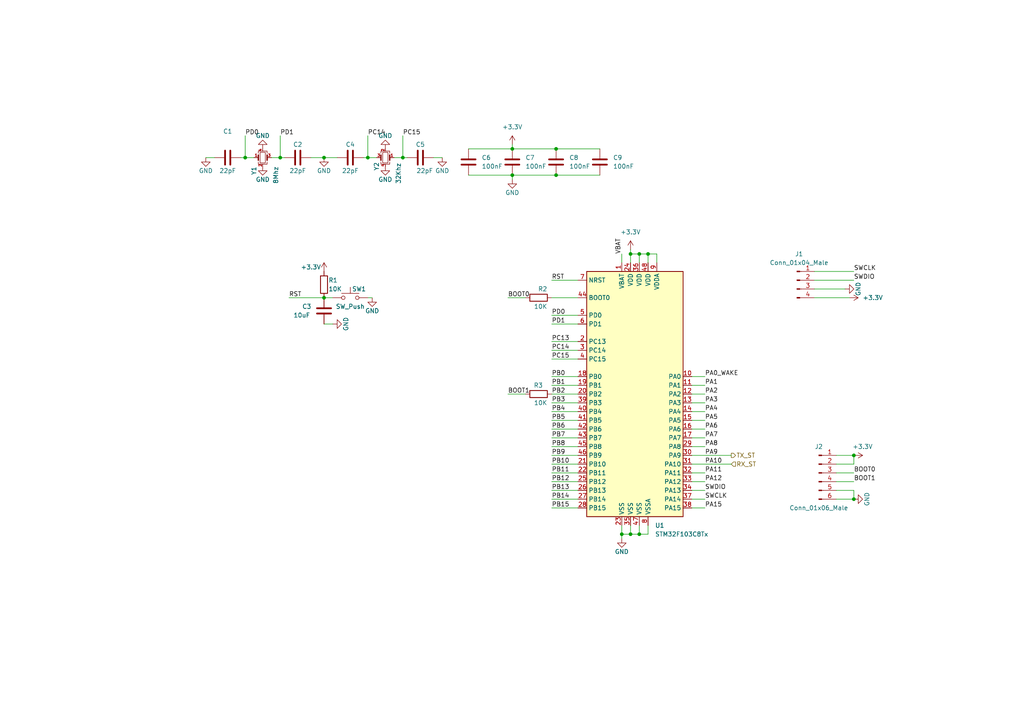
<source format=kicad_sch>
(kicad_sch (version 20211123) (generator eeschema)
  (paper "A4")
  (lib_symbols
    (symbol "Connector:Conn_01x04_Male" (pin_names (offset 1.016) hide)
      (property "Reference" "J" (at 0 5.08 0))
      (property "Value" "Conn_01x04_Male" (at 0 -7.62 0))
      (symbol "Conn_01x04_Male_1_1"
        (polyline (pts (xy 1.27 -5.08) (xy 0.8636 -5.08)) (stroke (width 0.1524)))
        (polyline (pts (xy 1.27 -2.54) (xy 0.8636 -2.54)) (stroke (width 0.1524)))
        (polyline (pts (xy 1.27 0) (xy 0.8636 0)) (stroke (width 0.1524)))
        (polyline (pts (xy 1.27 2.54) (xy 0.8636 2.54)) (stroke (width 0.1524)))
        (rectangle (start 0.8636 -4.953) (end 0 -5.207) (stroke (width 0.1524)) (fill (type outline)))
        (rectangle (start 0.8636 -2.413) (end 0 -2.667) (stroke (width 0.1524)) (fill (type outline)))
        (rectangle (start 0.8636 0.127) (end 0 -0.127) (stroke (width 0.1524)) (fill (type outline)))
        (rectangle (start 0.8636 2.667) (end 0 2.413) (stroke (width 0.1524)) (fill (type outline)))
        (pin passive line (at 5.08 2.54 180) (length 3.81) (name "Pin_1") (number "1"))
        (pin passive line (at 5.08 0 180) (length 3.81) (name "Pin_2") (number "2"))
        (pin passive line (at 5.08 -2.54 180) (length 3.81) (name "Pin_3") (number "3"))
        (pin passive line (at 5.08 -5.08 180) (length 3.81) (name "Pin_4") (number "4"))
      )
    )
    (symbol "Connector:Conn_01x06_Male" (pin_names (offset 1.016) hide)
      (property "Reference" "J" (at 0 7.62 0))
      (property "Value" "Conn_01x06_Male" (at 0 -10.16 0))
      (symbol "Conn_01x06_Male_1_1"
        (polyline (pts (xy 1.27 -7.62) (xy 0.8636 -7.62)) (stroke (width 0.1524)))
        (polyline (pts (xy 1.27 -5.08) (xy 0.8636 -5.08)) (stroke (width 0.1524)))
        (polyline (pts (xy 1.27 -2.54) (xy 0.8636 -2.54)) (stroke (width 0.1524)))
        (polyline (pts (xy 1.27 0) (xy 0.8636 0)) (stroke (width 0.1524)))
        (polyline (pts (xy 1.27 2.54) (xy 0.8636 2.54)) (stroke (width 0.1524)))
        (polyline (pts (xy 1.27 5.08) (xy 0.8636 5.08)) (stroke (width 0.1524)))
        (rectangle (start 0.8636 -7.493) (end 0 -7.747) (stroke (width 0.1524)) (fill (type outline)))
        (rectangle (start 0.8636 -4.953) (end 0 -5.207) (stroke (width 0.1524)) (fill (type outline)))
        (rectangle (start 0.8636 -2.413) (end 0 -2.667) (stroke (width 0.1524)) (fill (type outline)))
        (rectangle (start 0.8636 0.127) (end 0 -0.127) (stroke (width 0.1524)) (fill (type outline)))
        (rectangle (start 0.8636 2.667) (end 0 2.413) (stroke (width 0.1524)) (fill (type outline)))
        (rectangle (start 0.8636 5.207) (end 0 4.953) (stroke (width 0.1524)) (fill (type outline)))
        (pin passive line (at 5.08 5.08 180) (length 3.81) (name "Pin_1") (number "1"))
        (pin passive line (at 5.08 2.54 180) (length 3.81) (name "Pin_2") (number "2"))
        (pin passive line (at 5.08 0 180) (length 3.81) (name "Pin_3") (number "3"))
        (pin passive line (at 5.08 -2.54 180) (length 3.81) (name "Pin_4") (number "4"))
        (pin passive line (at 5.08 -5.08 180) (length 3.81) (name "Pin_5") (number "5"))
        (pin passive line (at 5.08 -7.62 180) (length 3.81) (name "Pin_6") (number "6"))
      )
    )
    (symbol "Device:Crystal_GND24_Small" (pin_names (offset 1.016) hide)
      (property "Reference" "Y" (at 1.27 4.445 0))
      (property "Value" "Crystal_GND24_Small" (at 1.27 2.54 0))
      (symbol "Crystal_GND24_Small_0_1"
        (rectangle (start -0.762 -1.524) (end 0.762 1.524))
        (polyline (pts (xy -1.27 -0.762) (xy -1.27 0.762)) (stroke (width 0.381)))
        (polyline (pts (xy 1.27 -0.762) (xy 1.27 0.762)) (stroke (width 0.381)))
        (polyline (pts (xy -1.27 -1.27) (xy -1.27 -1.905) (xy 1.27 -1.905) (xy 1.27 -1.27)))
        (polyline (pts (xy -1.27 1.27) (xy -1.27 1.905) (xy 1.27 1.905) (xy 1.27 1.27)))
      )
      (symbol "Crystal_GND24_Small_1_1"
        (pin passive line (at -2.54 0 0) (length 1.27) (name "1") (number "1"))
        (pin passive line (at 0 -2.54 90) (length 0.635) (name "2") (number "2"))
        (pin passive line (at 2.54 0 180) (length 1.27) (name "3") (number "3"))
        (pin passive line (at 0 2.54 270) (length 0.635) (name "4") (number "4"))
      )
    )
    (symbol "MCU_ST_STM32F1:STM32F103C8Tx"
      (property "Reference" "U" (at -15.24 36.83 0))
      (property "Value" "STM32F103C8Tx" (at 7.62 36.83 0))
      (symbol "STM32F103C8Tx_0_1"
        (rectangle (start -15.24 -35.56) (end 12.7 35.56) (stroke (width 0.254)) (fill (type background)))
      )
      (symbol "STM32F103C8Tx_1_1"
        (pin power_in line (at -5.08 38.1 270) (length 2.54) (name "VBAT") (number "1"))
        (pin bidirectional line (at 15.24 5.08 180) (length 2.54) (name "PA0") (number "10"))
        (pin bidirectional line (at 15.24 2.54 180) (length 2.54) (name "PA1") (number "11"))
        (pin bidirectional line (at 15.24 0 180) (length 2.54) (name "PA2") (number "12"))
        (pin bidirectional line (at 15.24 -2.54 180) (length 2.54) (name "PA3") (number "13"))
        (pin bidirectional line (at 15.24 -5.08 180) (length 2.54) (name "PA4") (number "14"))
        (pin bidirectional line (at 15.24 -7.62 180) (length 2.54) (name "PA5") (number "15"))
        (pin bidirectional line (at 15.24 -10.16 180) (length 2.54) (name "PA6") (number "16"))
        (pin bidirectional line (at 15.24 -12.7 180) (length 2.54) (name "PA7") (number "17"))
        (pin bidirectional line (at -17.78 5.08 0) (length 2.54) (name "PB0") (number "18"))
        (pin bidirectional line (at -17.78 2.54 0) (length 2.54) (name "PB1") (number "19"))
        (pin bidirectional line (at -17.78 15.24 0) (length 2.54) (name "PC13") (number "2"))
        (pin bidirectional line (at -17.78 0 0) (length 2.54) (name "PB2") (number "20"))
        (pin bidirectional line (at -17.78 -20.32 0) (length 2.54) (name "PB10") (number "21"))
        (pin bidirectional line (at -17.78 -22.86 0) (length 2.54) (name "PB11") (number "22"))
        (pin power_in line (at -5.08 -38.1 90) (length 2.54) (name "VSS") (number "23"))
        (pin power_in line (at -2.54 38.1 270) (length 2.54) (name "VDD") (number "24"))
        (pin bidirectional line (at -17.78 -25.4 0) (length 2.54) (name "PB12") (number "25"))
        (pin bidirectional line (at -17.78 -27.94 0) (length 2.54) (name "PB13") (number "26"))
        (pin bidirectional line (at -17.78 -30.48 0) (length 2.54) (name "PB14") (number "27"))
        (pin bidirectional line (at -17.78 -33.02 0) (length 2.54) (name "PB15") (number "28"))
        (pin bidirectional line (at 15.24 -15.24 180) (length 2.54) (name "PA8") (number "29"))
        (pin bidirectional line (at -17.78 12.7 0) (length 2.54) (name "PC14") (number "3"))
        (pin bidirectional line (at 15.24 -17.78 180) (length 2.54) (name "PA9") (number "30"))
        (pin bidirectional line (at 15.24 -20.32 180) (length 2.54) (name "PA10") (number "31"))
        (pin bidirectional line (at 15.24 -22.86 180) (length 2.54) (name "PA11") (number "32"))
        (pin bidirectional line (at 15.24 -25.4 180) (length 2.54) (name "PA12") (number "33"))
        (pin bidirectional line (at 15.24 -27.94 180) (length 2.54) (name "PA13") (number "34"))
        (pin power_in line (at -2.54 -38.1 90) (length 2.54) (name "VSS") (number "35"))
        (pin power_in line (at 0 38.1 270) (length 2.54) (name "VDD") (number "36"))
        (pin bidirectional line (at 15.24 -30.48 180) (length 2.54) (name "PA14") (number "37"))
        (pin bidirectional line (at 15.24 -33.02 180) (length 2.54) (name "PA15") (number "38"))
        (pin bidirectional line (at -17.78 -2.54 0) (length 2.54) (name "PB3") (number "39"))
        (pin bidirectional line (at -17.78 10.16 0) (length 2.54) (name "PC15") (number "4"))
        (pin bidirectional line (at -17.78 -5.08 0) (length 2.54) (name "PB4") (number "40"))
        (pin bidirectional line (at -17.78 -7.62 0) (length 2.54) (name "PB5") (number "41"))
        (pin bidirectional line (at -17.78 -10.16 0) (length 2.54) (name "PB6") (number "42"))
        (pin bidirectional line (at -17.78 -12.7 0) (length 2.54) (name "PB7") (number "43"))
        (pin input line (at -17.78 27.94 0) (length 2.54) (name "BOOT0") (number "44"))
        (pin bidirectional line (at -17.78 -15.24 0) (length 2.54) (name "PB8") (number "45"))
        (pin bidirectional line (at -17.78 -17.78 0) (length 2.54) (name "PB9") (number "46"))
        (pin power_in line (at 0 -38.1 90) (length 2.54) (name "VSS") (number "47"))
        (pin power_in line (at 2.54 38.1 270) (length 2.54) (name "VDD") (number "48"))
        (pin input line (at -17.78 22.86 0) (length 2.54) (name "PD0") (number "5"))
        (pin input line (at -17.78 20.32 0) (length 2.54) (name "PD1") (number "6"))
        (pin input line (at -17.78 33.02 0) (length 2.54) (name "NRST") (number "7"))
        (pin power_in line (at 2.54 -38.1 90) (length 2.54) (name "VSSA") (number "8"))
        (pin power_in line (at 5.08 38.1 270) (length 2.54) (name "VDDA") (number "9"))
      )
    )
    (symbol "Thu_vien_kicad:C" (pin_numbers hide) (pin_names (offset 0.254))
      (property "Reference" "C" (at 0.635 2.54 0))
      (property "Value" "C" (at 0.635 -2.54 0))
      (symbol "C_0_1"
        (polyline (pts (xy -2.032 -0.762) (xy 2.032 -0.762)) (stroke (width 0.508)))
        (polyline (pts (xy -2.032 0.762) (xy 2.032 0.762)) (stroke (width 0.508)))
      )
      (symbol "C_1_1"
        (pin passive line (at 0 3.81 270) (length 2.794) (name "~") (number "1"))
        (pin passive line (at 0 -3.81 90) (length 2.794) (name "~") (number "2"))
      )
    )
    (symbol "Thu_vien_kicad:R" (pin_numbers hide) (pin_names (offset 0))
      (property "Reference" "R" (at 2.032 0 90))
      (property "Value" "R" (at 0 0 90))
      (symbol "R_0_1"
        (rectangle (start -1.016 -2.54) (end 1.016 2.54) (stroke (width 0.254)))
      )
      (symbol "R_1_1"
        (pin passive line (at 0 3.81 270) (length 1.27) (name "~") (number "1"))
        (pin passive line (at 0 -3.81 90) (length 1.27) (name "~") (number "2"))
      )
    )
    (symbol "Thu_vien_kicad:SW_Push" (pin_numbers hide) (pin_names (offset 1.016) hide)
      (property "Reference" "SW" (at 1.27 2.54 0))
      (property "Value" "SW_Push" (at 0 -1.524 0))
      (symbol "SW_Push_0_1"
        (circle (center -2.032 0) (radius 0.508))
        (polyline (pts (xy 0 1.27) (xy 0 3.048)))
        (polyline (pts (xy 2.54 1.27) (xy -2.54 1.27)))
        (circle (center 2.032 0) (radius 0.508))
        (pin passive line (at -5.08 0 0) (length 2.54) (name "1") (number "1"))
        (pin passive line (at 5.08 0 180) (length 2.54) (name "2") (number "2"))
      )
    )
    (symbol "power:+3.3V" (power) (pin_names (offset 0))
      (property "Value" "+3.3V" (at 0 3.556 0))
      (symbol "+3.3V_0_1"
        (polyline (pts (xy -0.762 1.27) (xy 0 2.54)))
        (polyline (pts (xy 0 0) (xy 0 2.54)))
        (polyline (pts (xy 0 2.54) (xy 0.762 1.27)))
      )
      (symbol "+3.3V_1_1"
        (pin power_in line (at 0 0 90) (length 0) hide (name "+3.3V") (number "1"))
      )
    )
    (symbol "power:GND" (power) (pin_names (offset 0))
      (property "Value" "GND" (at 0 -3.81 0))
      (symbol "GND_0_1"
        (polyline (pts (xy 0 0) (xy 0 -1.27) (xy 1.27 -1.27) (xy 0 -2.54) (xy -1.27 -1.27) (xy 0 -1.27)))
      )
      (symbol "GND_1_1"
        (pin power_in line (at 0 0 270) (length 0) hide (name "GND") (number "1"))
      )
    )
  )
  (junction (at 161.29 43.18))
  (junction (at 71.12 45.72))
  (junction (at 185.42 154.94))
  (junction (at 182.88 154.94))
  (junction (at 93.98 86.36))
  (junction (at 182.88 73.66))
  (junction (at 247.65 132.08))
  (junction (at 81.28 45.72))
  (junction (at 187.96 73.66))
  (junction (at 161.29 50.8))
  (junction (at 93.98 45.72))
  (junction (at 185.42 73.66))
  (junction (at 180.34 154.94))
  (junction (at 116.84 45.72))
  (junction (at 247.65 144.78))
  (junction (at 148.59 43.18))
  (junction (at 106.68 45.72))
  (junction (at 148.59 50.8))
  (wire (pts (xy 200.66 144.78) (xy 204.47 144.78)))
  (wire (pts (xy 185.42 73.66) (xy 182.88 73.66)))
  (wire (pts (xy 200.66 129.54) (xy 204.47 129.54)))
  (wire (pts (xy 147.32 114.3) (xy 152.4 114.3)))
  (wire (pts (xy 106.68 86.36) (xy 107.95 86.36)))
  (wire (pts (xy 69.85 45.72) (xy 71.12 45.72)))
  (wire (pts (xy 185.42 76.2) (xy 185.42 73.66)))
  (wire (pts (xy 59.69 45.72) (xy 62.23 45.72)))
  (wire (pts (xy 160.02 101.6) (xy 167.64 101.6)))
  (wire (pts (xy 242.57 132.08) (xy 247.65 132.08)))
  (wire (pts (xy 242.57 134.62) (xy 247.65 134.62)))
  (wire (pts (xy 182.88 73.66) (xy 182.88 76.2)))
  (wire (pts (xy 187.96 76.2) (xy 187.96 73.66)))
  (wire (pts (xy 200.66 147.32) (xy 204.47 147.32)))
  (wire (pts (xy 180.34 154.94) (xy 182.88 154.94)))
  (wire (pts (xy 160.02 116.84) (xy 167.64 116.84)))
  (wire (pts (xy 116.84 39.37) (xy 116.84 45.72)))
  (wire (pts (xy 160.02 129.54) (xy 167.64 129.54)))
  (wire (pts (xy 236.22 83.82) (xy 245.11 83.82)))
  (wire (pts (xy 161.29 50.8) (xy 173.99 50.8)))
  (wire (pts (xy 200.66 127) (xy 204.47 127)))
  (wire (pts (xy 83.82 86.36) (xy 93.98 86.36)))
  (wire (pts (xy 187.96 73.66) (xy 185.42 73.66)))
  (wire (pts (xy 148.59 41.91) (xy 148.59 43.18)))
  (wire (pts (xy 160.02 111.76) (xy 167.64 111.76)))
  (wire (pts (xy 105.41 45.72) (xy 106.68 45.72)))
  (wire (pts (xy 160.02 127) (xy 167.64 127)))
  (wire (pts (xy 160.02 124.46) (xy 167.64 124.46)))
  (wire (pts (xy 247.65 132.08) (xy 247.65 134.62)))
  (wire (pts (xy 135.89 50.8) (xy 148.59 50.8)))
  (wire (pts (xy 148.59 50.8) (xy 148.59 52.07)))
  (wire (pts (xy 247.65 142.24) (xy 247.65 144.78)))
  (wire (pts (xy 90.17 45.72) (xy 93.98 45.72)))
  (wire (pts (xy 114.3 45.72) (xy 116.84 45.72)))
  (wire (pts (xy 160.02 91.44) (xy 167.64 91.44)))
  (wire (pts (xy 200.66 121.92) (xy 204.47 121.92)))
  (wire (pts (xy 190.5 76.2) (xy 190.5 73.66)))
  (wire (pts (xy 106.68 39.37) (xy 106.68 45.72)))
  (wire (pts (xy 242.57 142.24) (xy 247.65 142.24)))
  (wire (pts (xy 78.74 45.72) (xy 81.28 45.72)))
  (wire (pts (xy 190.5 73.66) (xy 187.96 73.66)))
  (wire (pts (xy 200.66 109.22) (xy 204.47 109.22)))
  (wire (pts (xy 182.88 152.4) (xy 182.88 154.94)))
  (wire (pts (xy 160.02 137.16) (xy 167.64 137.16)))
  (wire (pts (xy 116.84 45.72) (xy 118.11 45.72)))
  (wire (pts (xy 200.66 119.38) (xy 204.47 119.38)))
  (wire (pts (xy 147.32 86.36) (xy 152.4 86.36)))
  (wire (pts (xy 81.28 45.72) (xy 82.55 45.72)))
  (wire (pts (xy 160.02 119.38) (xy 167.64 119.38)))
  (wire (pts (xy 160.02 81.28) (xy 167.64 81.28)))
  (wire (pts (xy 96.52 93.98) (xy 93.98 93.98)))
  (wire (pts (xy 160.02 99.06) (xy 167.64 99.06)))
  (wire (pts (xy 160.02 104.14) (xy 167.64 104.14)))
  (wire (pts (xy 236.22 81.28) (xy 247.65 81.28)))
  (wire (pts (xy 185.42 152.4) (xy 185.42 154.94)))
  (wire (pts (xy 200.66 137.16) (xy 204.47 137.16)))
  (wire (pts (xy 236.22 78.74) (xy 247.65 78.74)))
  (wire (pts (xy 148.59 43.18) (xy 161.29 43.18)))
  (wire (pts (xy 106.68 45.72) (xy 109.22 45.72)))
  (wire (pts (xy 161.29 43.18) (xy 173.99 43.18)))
  (wire (pts (xy 200.66 134.62) (xy 212.09 134.62)))
  (wire (pts (xy 200.66 142.24) (xy 204.47 142.24)))
  (wire (pts (xy 242.57 139.7) (xy 247.65 139.7)))
  (wire (pts (xy 187.96 154.94) (xy 185.42 154.94)))
  (wire (pts (xy 125.73 45.72) (xy 128.27 45.72)))
  (wire (pts (xy 93.98 45.72) (xy 97.79 45.72)))
  (wire (pts (xy 93.98 86.36) (xy 96.52 86.36)))
  (wire (pts (xy 71.12 39.37) (xy 71.12 45.72)))
  (wire (pts (xy 180.34 154.94) (xy 180.34 156.21)))
  (wire (pts (xy 200.66 132.08) (xy 212.09 132.08)))
  (wire (pts (xy 180.34 73.66) (xy 180.34 76.2)))
  (wire (pts (xy 160.02 144.78) (xy 167.64 144.78)))
  (wire (pts (xy 148.59 50.8) (xy 161.29 50.8)))
  (wire (pts (xy 160.02 147.32) (xy 167.64 147.32)))
  (wire (pts (xy 182.88 72.39) (xy 182.88 73.66)))
  (wire (pts (xy 242.57 137.16) (xy 247.65 137.16)))
  (wire (pts (xy 160.02 132.08) (xy 167.64 132.08)))
  (wire (pts (xy 236.22 86.36) (xy 246.38 86.36)))
  (wire (pts (xy 71.12 45.72) (xy 73.66 45.72)))
  (wire (pts (xy 200.66 139.7) (xy 204.47 139.7)))
  (wire (pts (xy 160.02 121.92) (xy 167.64 121.92)))
  (wire (pts (xy 242.57 144.78) (xy 247.65 144.78)))
  (wire (pts (xy 200.66 124.46) (xy 204.47 124.46)))
  (wire (pts (xy 160.02 114.3) (xy 167.64 114.3)))
  (wire (pts (xy 160.02 109.22) (xy 167.64 109.22)))
  (wire (pts (xy 160.02 134.62) (xy 167.64 134.62)))
  (wire (pts (xy 135.89 43.18) (xy 148.59 43.18)))
  (wire (pts (xy 187.96 152.4) (xy 187.96 154.94)))
  (wire (pts (xy 160.02 139.7) (xy 167.64 139.7)))
  (wire (pts (xy 185.42 154.94) (xy 182.88 154.94)))
  (wire (pts (xy 200.66 116.84) (xy 204.47 116.84)))
  (wire (pts (xy 160.02 93.98) (xy 167.64 93.98)))
  (wire (pts (xy 160.02 86.36) (xy 167.64 86.36)))
  (wire (pts (xy 180.34 152.4) (xy 180.34 154.94)))
  (wire (pts (xy 160.02 142.24) (xy 167.64 142.24)))
  (wire (pts (xy 200.66 114.3) (xy 204.47 114.3)))
  (wire (pts (xy 200.66 111.76) (xy 204.47 111.76)))
  (wire (pts (xy 81.28 39.37) (xy 81.28 45.72)))
  (label "PB9" (at 160.02 132.08 0))
  (label "PB13" (at 160.02 142.24 0))
  (label "BOOT1" (at 147.32 114.3 0))
  (label "PA6" (at 204.47 124.46 0))
  (label "PC15" (at 116.84 39.37 0))
  (label "PA11" (at 204.47 137.16 0))
  (label "PB2" (at 160.02 114.3 0))
  (label "PC14" (at 160.02 101.6 0))
  (label "PB3" (at 160.02 116.84 0))
  (label "PA5" (at 204.47 121.92 0))
  (label "PB1" (at 160.02 111.76 0))
  (label "SWDIO" (at 247.65 81.28 0))
  (label "PD1" (at 81.28 39.37 0))
  (label "PB11" (at 160.02 137.16 0))
  (label "BOOT0" (at 147.32 86.36 0))
  (label "PB12" (at 160.02 139.7 0))
  (label "RST" (at 160.02 81.28 0))
  (label "PD1" (at 160.02 93.98 0))
  (label "SWCLK" (at 247.65 78.74 0))
  (label "BOOT0" (at 247.65 137.16 0))
  (label "SWDIO" (at 204.47 142.24 0))
  (label "PA15" (at 204.47 147.32 0))
  (label "PA0_WAKE" (at 204.47 109.22 0))
  (label "PA1" (at 204.47 111.76 0))
  (label "PC15" (at 160.02 104.14 0))
  (label "PD0" (at 71.12 39.37 0))
  (label "PD0" (at 160.02 91.44 0))
  (label "PA10" (at 204.47 134.62 0))
  (label "RST" (at 83.82 86.36 0))
  (label "PB5" (at 160.02 121.92 0))
  (label "PB15" (at 160.02 147.32 0))
  (label "PB6" (at 160.02 124.46 0))
  (label "PC13" (at 160.02 99.06 0))
  (label "PB0" (at 160.02 109.22 0))
  (label "PB8" (at 160.02 129.54 0))
  (label "PA3" (at 204.47 116.84 0))
  (label "PA8" (at 204.47 129.54 0))
  (label "PA12" (at 204.47 139.7 0))
  (label "PA4" (at 204.47 119.38 0))
  (label "PA2" (at 204.47 114.3 0))
  (label "SWCLK" (at 204.47 144.78 0))
  (label "PA7" (at 204.47 127 0))
  (label "PB7" (at 160.02 127 0))
  (label "VBAT" (at 180.34 73.66 90))
  (label "PB10" (at 160.02 134.62 0))
  (label "PB14" (at 160.02 144.78 0))
  (label "PB4" (at 160.02 119.38 0))
  (label "PC14" (at 106.68 39.37 0))
  (label "BOOT1" (at 247.65 139.7 0))
  (label "PA9" (at 204.47 132.08 0))
  (hierarchical_label "RX_ST" (shape input) (at 212.09 134.62 0))
  (hierarchical_label "TX_ST" (shape output) (at 212.09 132.08 0))
  (symbol (lib_id "Thu_vien_kicad:R") (at 156.21 86.36 90) (unit 1)
    (property "Reference" "R2" (at 158.75 83.82 90) (effects (justify left)))
    (property "Value" "10K" (at 158.75 88.9 90) (effects (justify left)))
    (property "Footprint" "Resistor_SMD:R_0603_1608Metric" (effects hide))
  )
  (symbol (lib_id "Thu_vien_kicad:C") (at 148.59 46.99 0) (unit 1)
    (property "Reference" "C7" (at 152.4 45.7199 0) (effects (justify left)))
    (property "Value" "100nF" (at 152.4 48.2599 0) (effects (justify left)))
    (property "Footprint" "Capacitor_SMD:C_0603_1608Metric" (effects hide))
  )
  (symbol (lib_id "Thu_vien_kicad:C") (at 93.98 90.17 180) (unit 1)
    (property "Reference" "C3" (at 87.63 88.9 0) (effects (justify right)))
    (property "Value" "10uF" (at 85.09 91.44 0) (effects (justify right)))
    (property "Footprint" "Capacitor_SMD:C_0603_1608Metric" (effects hide))
  )
  (symbol (lib_id "Connector:Conn_01x06_Male") (at 237.49 137.16 0) (unit 1)
    (property "Reference" "J2" (at 237.49 129.54 0))
    (property "Value" "Conn_01x06_Male" (at 237.49 147.32 0))
    (property "Footprint" "Connector_PinHeader_2.54mm:PinHeader_2x03_P2.54mm_Vertical" (effects hide))
  )
  (symbol (lib_id "power:GND") (at 245.11 83.82 90) (unit 1)
    (property "Reference" "#PWR015" (effects hide))
    (property "Value" "GND" (at 248.92 83.82 0))
  )
  (symbol (lib_id "Thu_vien_kicad:C") (at 101.6 45.72 90) (unit 1)
    (property "Reference" "C4" (at 101.6 41.91 90))
    (property "Value" "22pF" (at 101.6 49.53 90))
    (property "Footprint" "Capacitor_SMD:C_0603_1608Metric" (effects hide))
  )
  (symbol (lib_id "power:GND") (at 76.2 43.18 180) (unit 1)
    (property "Reference" "#PWR02" (effects hide))
    (property "Value" "GND" (at 76.2 39.37 0))
  )
  (symbol (lib_id "Thu_vien_kicad:R") (at 93.98 82.55 0) (unit 1)
    (property "Reference" "R1" (at 95.25 81.28 0) (effects (justify left)))
    (property "Value" "10K" (at 95.25 83.82 0) (effects (justify left)))
    (property "Footprint" "Resistor_SMD:R_0603_1608Metric" (effects hide))
  )
  (symbol (lib_id "Thu_vien_kicad:C") (at 161.29 46.99 0) (unit 1)
    (property "Reference" "C8" (at 165.1 45.7199 0) (effects (justify left)))
    (property "Value" "100nF" (at 165.1 48.2599 0) (effects (justify left)))
    (property "Footprint" "Capacitor_SMD:C_0603_1608Metric" (effects hide))
  )
  (symbol (lib_id "Thu_vien_kicad:R") (at 156.21 114.3 90) (unit 1)
    (property "Reference" "R3" (at 157.48 111.76 90) (effects (justify left)))
    (property "Value" "10K" (at 158.75 116.84 90) (effects (justify left)))
    (property "Footprint" "Resistor_SMD:R_0603_1608Metric" (effects hide))
  )
  (symbol (lib_id "power:GND") (at 111.76 48.26 0) (unit 1)
    (property "Reference" "#PWR09" (effects hide))
    (property "Value" "GND" (at 111.76 52.07 0))
  )
  (symbol (lib_id "power:GND") (at 93.98 45.72 0) (unit 1)
    (property "Reference" "#PWR04" (effects hide))
    (property "Value" "GND" (at 93.98 49.53 0))
  )
  (symbol (lib_id "Thu_vien_kicad:C") (at 66.04 45.72 90) (unit 1)
    (property "Reference" "C1" (at 66.04 38.1 90))
    (property "Value" "22pF" (at 66.04 49.53 90))
    (property "Footprint" "Capacitor_SMD:C_0603_1608Metric" (effects hide))
  )
  (symbol (lib_id "Connector:Conn_01x04_Male") (at 231.14 81.28 0) (unit 1)
    (property "Reference" "J1" (at 231.775 73.66 0))
    (property "Value" "Conn_01x04_Male" (at 231.775 76.2 0))
    (property "Footprint" "Connector_PinHeader_2.54mm:PinHeader_1x04_P2.54mm_Vertical" (effects hide))
  )
  (symbol (lib_id "power:GND") (at 128.27 45.72 0) (unit 1)
    (property "Reference" "#PWR010" (effects hide))
    (property "Value" "GND" (at 128.27 49.53 0))
  )
  (symbol (lib_id "Device:Crystal_GND24_Small") (at 111.76 45.72 180) (unit 1)
    (property "Reference" "Y2" (at 109.22 49.53 90) (effects (justify right)))
    (property "Value" "32Khz" (at 115.57 53.34 90) (effects (justify right)))
    (property "Footprint" "Crystal:Crystal_SMD_5032-4Pin_5.0x3.2mm" (effects hide))
  )
  (symbol (lib_id "power:+3.3V") (at 148.59 41.91 0) (unit 1)
    (property "Reference" "#PWR011" (effects hide))
    (property "Value" "+3.3V" (at 148.59 36.83 0))
  )
  (symbol (lib_id "power:GND") (at 247.65 144.78 90) (unit 1)
    (property "Reference" "#PWR018" (effects hide))
    (property "Value" "GND" (at 251.46 144.78 0))
  )
  (symbol (lib_id "power:GND") (at 76.2 48.26 0) (unit 1)
    (property "Reference" "#PWR03" (effects hide))
    (property "Value" "GND" (at 76.2 52.07 0))
  )
  (symbol (lib_id "power:+3.3V") (at 246.38 86.36 270) (unit 1)
    (property "Reference" "#PWR016" (effects hide))
    (property "Value" "+3.3V" (at 250.19 86.3599 90) (effects (justify left)))
  )
  (symbol (lib_id "power:GND") (at 148.59 52.07 0) (unit 1)
    (property "Reference" "#PWR012" (effects hide))
    (property "Value" "GND" (at 148.59 55.88 0))
  )
  (symbol (lib_id "power:GND") (at 96.52 93.98 90) (unit 1)
    (property "Reference" "#PWR06" (effects hide))
    (property "Value" "GND" (at 100.33 93.98 0))
  )
  (symbol (lib_id "power:GND") (at 180.34 156.21 0) (unit 1)
    (property "Reference" "#PWR013" (effects hide))
    (property "Value" "GND" (at 180.34 160.02 0))
  )
  (symbol (lib_id "Thu_vien_kicad:C") (at 173.99 46.99 0) (unit 1)
    (property "Reference" "C9" (at 177.8 45.7199 0) (effects (justify left)))
    (property "Value" "100nF" (at 177.8 48.2599 0) (effects (justify left)))
    (property "Footprint" "Capacitor_SMD:C_0603_1608Metric" (effects hide))
  )
  (symbol (lib_id "power:+3.3V") (at 182.88 72.39 0) (unit 1)
    (property "Reference" "#PWR014" (effects hide))
    (property "Value" "+3.3V" (at 182.88 67.31 0))
  )
  (symbol (lib_id "power:+3.3V") (at 93.98 78.74 0) (unit 1)
    (property "Reference" "#PWR05" (effects hide))
    (property "Value" "+3.3V" (at 90.17 77.47 0))
  )
  (symbol (lib_id "Thu_vien_kicad:C") (at 121.92 45.72 90) (unit 1)
    (property "Reference" "C5" (at 121.92 41.91 90))
    (property "Value" "22pF" (at 123.19 49.53 90))
    (property "Footprint" "Capacitor_SMD:C_0603_1608Metric" (effects hide))
  )
  (symbol (lib_id "power:GND") (at 107.95 86.36 0) (unit 1)
    (property "Reference" "#PWR07" (effects hide))
    (property "Value" "GND" (at 107.95 90.17 0))
  )
  (symbol (lib_id "Thu_vien_kicad:SW_Push") (at 101.6 86.36 0) (unit 1)
    (property "Reference" "SW1" (at 104.14 83.82 0))
    (property "Value" "SW_Push" (at 101.6 88.9 0))
    (property "Footprint" "Button_Switch_SMD:SW_SPST_PTS810" (effects hide))
  )
  (symbol (lib_id "Thu_vien_kicad:C") (at 86.36 45.72 90) (unit 1)
    (property "Reference" "C2" (at 86.36 41.91 90))
    (property "Value" "22pF" (at 86.36 49.53 90))
    (property "Footprint" "Capacitor_SMD:C_0603_1608Metric" (effects hide))
  )
  (symbol (lib_id "power:GND") (at 59.69 45.72 0) (unit 1)
    (property "Reference" "#PWR01" (effects hide))
    (property "Value" "GND" (at 59.69 49.53 0))
  )
  (symbol (lib_id "Device:Crystal_GND24_Small") (at 76.2 45.72 0) (unit 1)
    (property "Reference" "Y1" (at 73.66 50.8 90) (effects (justify left)))
    (property "Value" "8Mhz" (at 80.01 53.34 90) (effects (justify left)))
    (property "Footprint" "Crystal:Crystal_SMD_3225-4Pin_3.2x2.5mm" (effects hide))
  )
  (symbol (lib_id "power:+3.3V") (at 247.65 132.08 270) (unit 1)
    (property "Reference" "#PWR017" (effects hide))
    (property "Value" "+3.3V" (at 250.19 129.54 90))
  )
  (symbol (lib_id "power:GND") (at 111.76 43.18 180) (unit 1)
    (property "Reference" "#PWR08" (effects hide))
    (property "Value" "GND" (at 111.76 39.37 0))
  )
  (symbol (lib_id "MCU_ST_STM32F1:STM32F103C8Tx") (at 185.42 114.3 0) (unit 1)
    (property "Reference" "U1" (at 189.9794 152.4 0) (effects (justify left)))
    (property "Value" "STM32F103C8Tx" (at 189.9794 154.94 0) (effects (justify left)))
    (property "Footprint" "Package_QFP:LQFP-48_7x7mm_P0.5mm" (effects hide))
    (property "Datasheet" "http://www.st.com/st-web-ui/static/active/en/resource/technical/document/datasheet/CD00161566.pdf" (effects hide))
  )
  (symbol (lib_id "Thu_vien_kicad:C") (at 135.89 46.99 0) (unit 1)
    (property "Reference" "C6" (at 139.7 45.7199 0) (effects (justify left)))
    (property "Value" "100nF" (at 139.7 48.2599 0) (effects (justify left)))
    (property "Footprint" "Capacitor_SMD:C_0603_1608Metric" (effects hide))
  )
)
</source>
